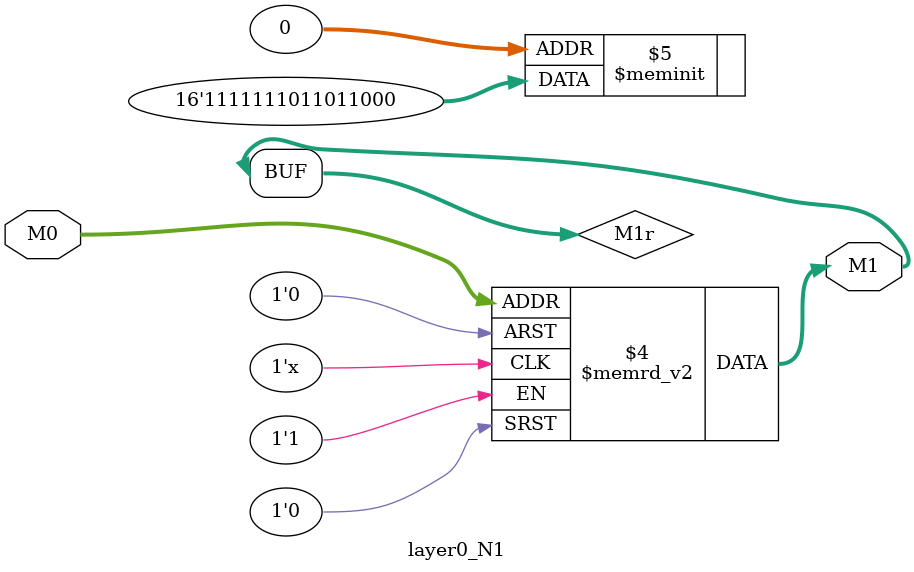
<source format=v>
module layer0_N1 ( input [2:0] M0, output [1:0] M1 );

	(*rom_style = "distributed" *) reg [1:0] M1r;
	assign M1 = M1r;
	always @ (M0) begin
		case (M0)
			3'b000: M1r = 2'b00;
			3'b100: M1r = 2'b10;
			3'b010: M1r = 2'b01;
			3'b110: M1r = 2'b11;
			3'b001: M1r = 2'b10;
			3'b101: M1r = 2'b11;
			3'b011: M1r = 2'b11;
			3'b111: M1r = 2'b11;

		endcase
	end
endmodule

</source>
